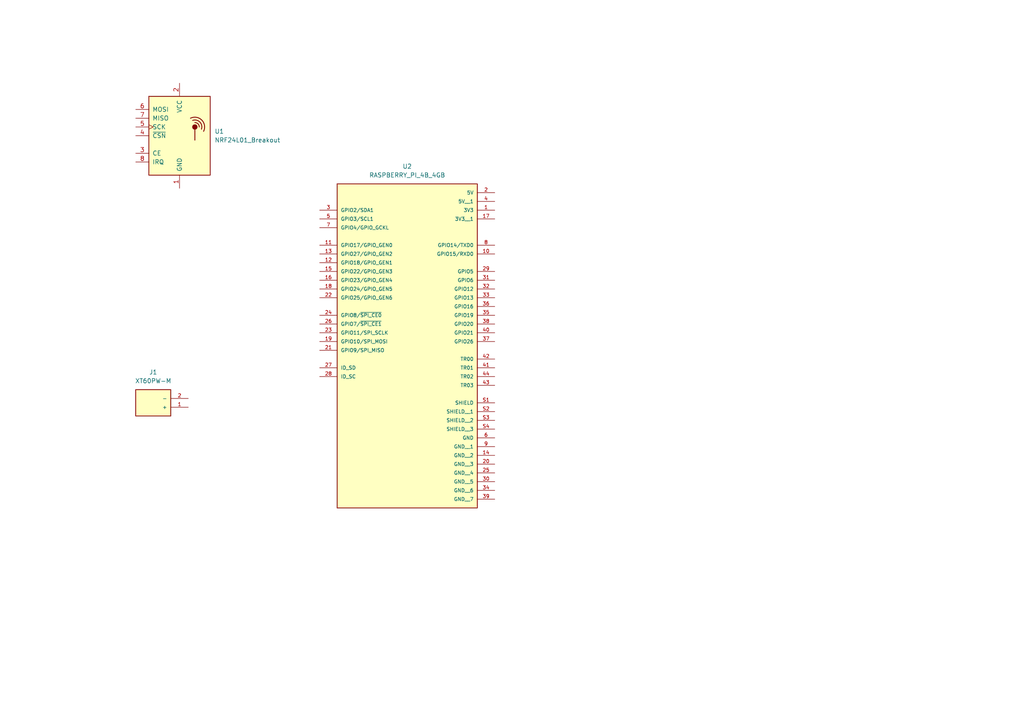
<source format=kicad_sch>
(kicad_sch (version 20231120) (generator "eeschema") (generator_version "8.0")
  (paper "A4")
  (lib_symbols
    (symbol "CustomComponents:XT60PW-M" (pin_names (offset 1.016))
      (property "Reference" "J" (at -5.08 5.7234 0))
      (property "Value" "XT60PW-M" (at -5.08 -5.0923 0))
      (symbol "XT60PW-M_0_0"
        (rectangle (start -5.08 5.08) (end 5.08 -2.54) (stroke (width 0.254)) (fill (type background)))
        (pin passive line (at -10.16 2.54 0) (length 5.08) (name "+") (number "1"))
        (pin passive line (at -10.16 0 0) (length 5.08) (name "-") (number "2"))
      )
    )
    (symbol "MCU_Module:RASPBERRY_PI_4B_4GB" (pin_names (offset 1.016))
      (property "Reference" "U" (at -20.32 33.528 0))
      (property "Value" "RASPBERRY_PI_4B_4GB" (at -20.32 -63.5 0))
      (symbol "RASPBERRY_PI_4B_4GB_0_0"
        (rectangle (start -20.32 -60.96) (end 20.32 33.02) (stroke (width 0.254)) (fill (type background)))
        (pin power_in line (at 25.4 25.4 180) (length 5.08) (name "3V3") (number "1"))
        (pin bidirectional line (at 25.4 12.7 180) (length 5.08) (name "GPIO15/RXD0") (number "10"))
        (pin bidirectional line (at -25.4 15.24 0) (length 5.08) (name "GPIO17/GPIO_GEN0") (number "11"))
        (pin bidirectional line (at -25.4 10.16 0) (length 5.08) (name "GPIO18/GPIO_GEN1") (number "12"))
        (pin bidirectional line (at -25.4 12.7 0) (length 5.08) (name "GPIO27/GPIO_GEN2") (number "13"))
        (pin power_in line (at 25.4 -45.72 180) (length 5.08) (name "GND__2") (number "14"))
        (pin bidirectional line (at -25.4 7.62 0) (length 5.08) (name "GPIO22/GPIO_GEN3") (number "15"))
        (pin bidirectional line (at -25.4 5.08 0) (length 5.08) (name "GPIO23/GPIO_GEN4") (number "16"))
        (pin power_in line (at 25.4 22.86 180) (length 5.08) (name "3V3__1") (number "17"))
        (pin bidirectional line (at -25.4 2.54 0) (length 5.08) (name "GPIO24/GPIO_GEN5") (number "18"))
        (pin bidirectional line (at -25.4 -12.7 0) (length 5.08) (name "GPIO10/SPI_MOSI") (number "19"))
        (pin power_in line (at 25.4 30.48 180) (length 5.08) (name "5V") (number "2"))
        (pin power_in line (at 25.4 -48.26 180) (length 5.08) (name "GND__3") (number "20"))
        (pin bidirectional line (at -25.4 -15.24 0) (length 5.08) (name "GPIO9/SPI_MISO") (number "21"))
        (pin bidirectional line (at -25.4 0 0) (length 5.08) (name "GPIO25/GPIO_GEN6") (number "22"))
        (pin bidirectional line (at -25.4 -10.16 0) (length 5.08) (name "GPIO11/SPI_SCLK") (number "23"))
        (pin bidirectional line (at -25.4 -5.08 0) (length 5.08) (name "GPIO8/~{SPI_CE0}") (number "24"))
        (pin power_in line (at 25.4 -50.8 180) (length 5.08) (name "GND__4") (number "25"))
        (pin bidirectional line (at -25.4 -7.62 0) (length 5.08) (name "GPIO7/~{SPI_CE1}") (number "26"))
        (pin bidirectional line (at -25.4 -20.32 0) (length 5.08) (name "ID_SD") (number "27"))
        (pin bidirectional line (at -25.4 -22.86 0) (length 5.08) (name "ID_SC") (number "28"))
        (pin bidirectional line (at 25.4 7.62 180) (length 5.08) (name "GPIO5") (number "29"))
        (pin bidirectional line (at -25.4 25.4 0) (length 5.08) (name "GPIO2/SDA1") (number "3"))
        (pin power_in line (at 25.4 -53.34 180) (length 5.08) (name "GND__5") (number "30"))
        (pin bidirectional line (at 25.4 5.08 180) (length 5.08) (name "GPIO6") (number "31"))
        (pin bidirectional line (at 25.4 2.54 180) (length 5.08) (name "GPIO12") (number "32"))
        (pin bidirectional line (at 25.4 0 180) (length 5.08) (name "GPIO13") (number "33"))
        (pin power_in line (at 25.4 -55.88 180) (length 5.08) (name "GND__6") (number "34"))
        (pin bidirectional line (at 25.4 -5.08 180) (length 5.08) (name "GPIO19") (number "35"))
        (pin bidirectional line (at 25.4 -2.54 180) (length 5.08) (name "GPIO16") (number "36"))
        (pin bidirectional line (at 25.4 -12.7 180) (length 5.08) (name "GPIO26") (number "37"))
        (pin bidirectional line (at 25.4 -7.62 180) (length 5.08) (name "GPIO20") (number "38"))
        (pin power_in line (at 25.4 -58.42 180) (length 5.08) (name "GND__7") (number "39"))
        (pin power_in line (at 25.4 27.94 180) (length 5.08) (name "5V__1") (number "4"))
        (pin bidirectional line (at 25.4 -10.16 180) (length 5.08) (name "GPIO21") (number "40"))
        (pin bidirectional line (at 25.4 -20.32 180) (length 5.08) (name "TR01") (number "41"))
        (pin bidirectional line (at 25.4 -17.78 180) (length 5.08) (name "TR00") (number "42"))
        (pin bidirectional line (at 25.4 -25.4 180) (length 5.08) (name "TR03") (number "43"))
        (pin bidirectional line (at 25.4 -22.86 180) (length 5.08) (name "TR02") (number "44"))
        (pin bidirectional line (at -25.4 22.86 0) (length 5.08) (name "GPIO3/SCL1") (number "5"))
        (pin power_in line (at 25.4 -40.64 180) (length 5.08) (name "GND") (number "6"))
        (pin bidirectional line (at -25.4 20.32 0) (length 5.08) (name "GPIO4/GPIO_GCKL") (number "7"))
        (pin bidirectional line (at 25.4 15.24 180) (length 5.08) (name "GPIO14/TXD0") (number "8"))
        (pin power_in line (at 25.4 -43.18 180) (length 5.08) (name "GND__1") (number "9"))
        (pin power_in line (at 25.4 -30.48 180) (length 5.08) (name "SHIELD") (number "S1"))
        (pin power_in line (at 25.4 -33.02 180) (length 5.08) (name "SHIELD__1") (number "S2"))
        (pin power_in line (at 25.4 -35.56 180) (length 5.08) (name "SHIELD__2") (number "S3"))
        (pin power_in line (at 25.4 -38.1 180) (length 5.08) (name "SHIELD__3") (number "S4"))
      )
    )
    (symbol "RF:NRF24L01_Breakout" (pin_names (offset 1.016))
      (property "Reference" "U" (at -8.89 12.7 0))
      (property "Value" "NRF24L01_Breakout" (at 3.81 12.7 0))
      (symbol "NRF24L01_Breakout_0_1"
        (rectangle (start -8.89 11.43) (end 8.89 -11.43) (stroke (width 0.254)) (fill (type background)))
        (polyline (pts (xy 4.445 1.905) (xy 4.445 -1.27)) (stroke (width 0.254)))
        (circle (center 4.445 2.54) (radius 0.635) (stroke (width 0.254)) (fill (type outline)))
        (arc (start 5.715 2.54) (mid 5.3521 3.4546) (end 4.445 3.81) (stroke (width 0.254)))
        (arc (start 6.35 1.905) (mid 5.8763 3.9854) (end 3.81 4.445) (stroke (width 0.254)))
        (arc (start 6.985 1.27) (mid 6.453 4.548) (end 3.175 5.08) (stroke (width 0.254)))
      )
      (symbol "NRF24L01_Breakout_1_1"
        (pin power_in line (at 0 -15.24 90) (length 3.81) (name "GND") (number "1"))
        (pin power_in line (at 0 15.24 270) (length 3.81) (name "VCC") (number "2"))
        (pin input line (at -12.7 -5.08 0) (length 3.81) (name "CE") (number "3"))
        (pin input line (at -12.7 0 0) (length 3.81) (name "~{CSN}") (number "4"))
        (pin input clock (at -12.7 2.54 0) (length 3.81) (name "SCK") (number "5"))
        (pin input line (at -12.7 7.62 0) (length 3.81) (name "MOSI") (number "6"))
        (pin output line (at -12.7 5.08 0) (length 3.81) (name "MISO") (number "7"))
        (pin output line (at -12.7 -7.62 0) (length 3.81) (name "IRQ") (number "8"))
      )
    )
  )
  (symbol (lib_id "CustomComponents:XT60PW-M") (at 44.45 115.57 180) (unit 1)
    (property "Reference" "J1" (at 44.45 107.95 0))
    (property "Value" "XT60PW-M" (at 44.45 110.49 0))
    (property "Footprint" "CustomFootprintLib:AMASS_XT60PW-M" (effects (hide yes)))
    (property "MF" "AMASS" (effects (hide yes)))
    (property "MAXIMUM_PACKAGE_HEIGHT" "8.4 mm" (effects (hide yes)))
    (property "Package" "Package" (effects (hide yes)))
    (property "Price" "None" (effects (hide yes)))
    (property "Check_prices" "https://www.snapeda.com/parts/XT60PW-M/AMASS/view-part/?ref=eda" (effects (hide yes)))
    (property "STANDARD" "Manufacturer recommendations" (effects (hide yes)))
    (property "PARTREV" "V1.2" (effects (hide yes)))
    (property "SnapEDA_Link" "https://www.snapeda.com/parts/XT60PW-M/AMASS/view-part/?ref=snap" (effects (hide yes)))
    (property "MP" "XT60PW-M" (effects (hide yes)))
    (property "Description_1" "\nSocket, DC supply, male, PIN: 2\n" (effects (hide yes)))
    (property "Availability" "Not in stock" (effects (hide yes)))
    (property "MANUFACTURER" "AMASS" (effects (hide yes)))
  )
  (symbol (lib_id "RF:NRF24L01_Breakout") (at 52.07 39.37 0) (unit 1)
    (property "Reference" "U1" (at 62.23 38.0999 0) (effects (justify left)))
    (property "Value" "NRF24L01_Breakout" (at 62.23 40.6399 0) (effects (justify left)))
    (property "Footprint" "RF_Module:nRF24L01_Breakout" (effects (hide yes)))
    (property "Datasheet" "http://www.nordicsemi.com/eng/content/download/2730/34105/file/nRF24L01_Product_Specification_v2_0.pdf" (effects (hide yes)))
    (property "Description" "Ultra low power 2.4GHz RF Transceiver, Carrier PCB" (effects (hide yes)))
  )
  (symbol (lib_id "MCU_Module:RASPBERRY_PI_4B_4GB") (at 118.11 86.36 0) (unit 1)
    (property "Reference" "U2" (at 118.11 48.26 0))
    (property "Value" "RASPBERRY_PI_4B_4GB" (at 118.11 50.8 0))
    (property "Footprint" "Module:MODULE_RASPBERRY_PI_4B_4GB" (effects (hide yes)))
    (property "MF" "Raspberry Pi" (effects (hide yes)))
    (property "MAXIMUM_PACKAGE_HEIGHT" "16 mm" (effects (hide yes)))
    (property "Package" "None" (effects (hide yes)))
    (property "Price" "None" (effects (hide yes)))
    (property "Check_prices" "https://www.snapeda.com/parts/RASPBERRY%20PI%204B/4GB/Raspberry+Pi/view-part/?ref=eda" (effects (hide yes)))
    (property "STANDARD" "Manufacturer Recommendations" (effects (hide yes)))
    (property "PARTREV" "4" (effects (hide yes)))
    (property "SnapEDA_Link" "https://www.snapeda.com/parts/RASPBERRY%20PI%204B/4GB/Raspberry+Pi/view-part/?ref=snap" (effects (hide yes)))
    (property "MP" "RASPBERRY PI 4B/4GB" (effects (hide yes)))
    (property "Description_1" "\nBCM2711 Raspberry Pi 4 Model B 4GB - ARM® Cortex®-A72 MPU Embedded Evaluation Board\n" (effects (hide yes)))
    (property "MANUFACTURER" "Raspberry Pi" (effects (hide yes)))
    (property "Availability" "Not in stock" (effects (hide yes)))
    (property "SNAPEDA_PN" "RASPBERRY PI 4B/4GB" (effects (hide yes)))
  )
)
</source>
